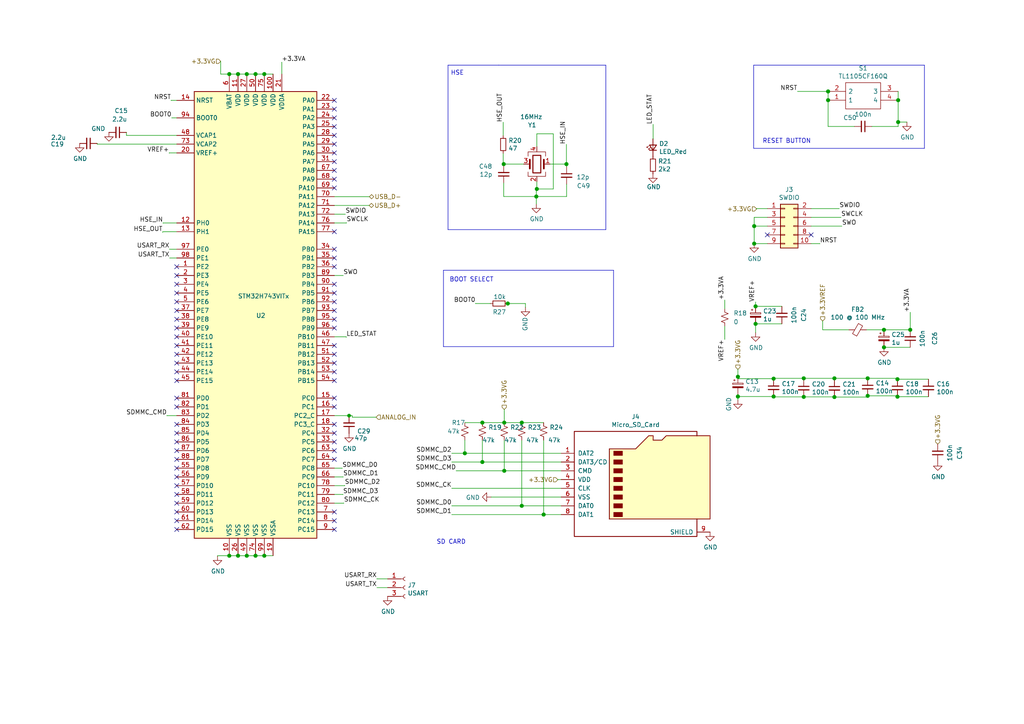
<source format=kicad_sch>
(kicad_sch (version 20201015) (generator eeschema)
  (paper "A4")
  (title_block (title "PorpDAQ MCU") (date "2020-11-16") (rev "1.0"))
  (lib_symbols
    (symbol "Connector:Conn_01x03_Female" (pin_names (offset 1.016) hide)
      (property "Reference" "J" (at 0 5.08 0))
      (property "Value" "Conn_01x03_Female" (at 0 -5.08 0))
      (symbol "Conn_01x03_Female_1_1"
        (arc (start 0 -2.032) (end 0 -3.048) (radius (at 0 -2.54) (length 0.508) (angles 90.1 -90.1)) (stroke (width 0.1524)))
        (arc (start 0 0.508) (end 0 -0.508) (radius (at 0 0) (length 0.508) (angles 90.1 -90.1)) (stroke (width 0.1524)))
        (arc (start 0 3.048) (end 0 2.032) (radius (at 0 2.54) (length 0.508) (angles 90.1 -90.1)) (stroke (width 0.1524)))
        (polyline (pts (xy -1.27 -2.54) (xy -0.508 -2.54)) (stroke (width 0.1524)))
        (polyline (pts (xy -1.27 0) (xy -0.508 0)) (stroke (width 0.1524)))
        (polyline (pts (xy -1.27 2.54) (xy -0.508 2.54)) (stroke (width 0.1524)))
        (pin passive line (at -5.08 2.54 0) (length 3.81) (name "Pin_1") (number "1"))
        (pin passive line (at -5.08 0 0) (length 3.81) (name "Pin_2") (number "2"))
        (pin passive line (at -5.08 -2.54 0) (length 3.81) (name "Pin_3") (number "3"))
      )
    )
    (symbol "Connector:Micro_SD_Card" (pin_names (offset 1.016))
      (property "Reference" "J" (at -16.51 15.24 0))
      (property "Value" "Micro_SD_Card" (at 16.51 15.24 0))
      (symbol "Micro_SD_Card_0_1"
        (rectangle (start -7.62 -9.525) (end -5.08 -10.795) (fill (type outline)))
        (rectangle (start -7.62 -6.985) (end -5.08 -8.255) (fill (type outline)))
        (rectangle (start -7.62 -4.445) (end -5.08 -5.715) (fill (type outline)))
        (rectangle (start -7.62 -1.905) (end -5.08 -3.175) (fill (type outline)))
        (rectangle (start -7.62 0.635) (end -5.08 -0.635) (fill (type outline)))
        (rectangle (start -7.62 3.175) (end -5.08 1.905) (fill (type outline)))
        (rectangle (start -7.62 5.715) (end -5.08 4.445) (fill (type outline)))
        (rectangle (start -7.62 8.255) (end -5.08 6.985) (fill (type outline)))
        (polyline (pts (xy 16.51 12.7) (xy 16.51 13.97) (xy -19.05 13.97) (xy -19.05 -16.51) (xy 16.51 -16.51) (xy 16.51 -11.43)) (stroke (width 0.254)))
        (polyline (pts (xy -8.89 -11.43) (xy -8.89 8.89) (xy -1.27 8.89) (xy 2.54 12.7) (xy 3.81 12.7) (xy 3.81 11.43) (xy 6.35 11.43) (xy 7.62 12.7) (xy 20.32 12.7) (xy 20.32 -11.43) (xy -8.89 -11.43)) (stroke (width 0.254)) (fill (type background)))
      )
      (symbol "Micro_SD_Card_1_1"
        (pin bidirectional line (at -22.86 7.62 0) (length 3.81) (name "DAT2") (number "1"))
        (pin bidirectional line (at -22.86 5.08 0) (length 3.81) (name "DAT3/CD") (number "2"))
        (pin input line (at -22.86 2.54 0) (length 3.81) (name "CMD") (number "3"))
        (pin power_in line (at -22.86 0 0) (length 3.81) (name "VDD") (number "4"))
        (pin input line (at -22.86 -2.54 0) (length 3.81) (name "CLK") (number "5"))
        (pin power_in line (at -22.86 -5.08 0) (length 3.81) (name "VSS") (number "6"))
        (pin bidirectional line (at -22.86 -7.62 0) (length 3.81) (name "DAT0") (number "7"))
        (pin bidirectional line (at -22.86 -10.16 0) (length 3.81) (name "DAT1") (number "8"))
        (pin passive line (at 20.32 -15.24 180) (length 3.81) (name "SHIELD") (number "9"))
      )
    )
    (symbol "Connector_Generic:Conn_02x05_Odd_Even" (pin_names (offset 1.016) hide)
      (property "Reference" "J" (at 1.27 7.62 0))
      (property "Value" "Conn_02x05_Odd_Even" (at 1.27 -7.62 0))
      (symbol "Conn_02x05_Odd_Even_1_1"
        (rectangle (start -1.27 -4.953) (end 0 -5.207) (stroke (width 0.1524)))
        (rectangle (start -1.27 -2.413) (end 0 -2.667) (stroke (width 0.1524)))
        (rectangle (start -1.27 2.667) (end 0 2.413) (stroke (width 0.1524)))
        (rectangle (start -1.27 5.207) (end 0 4.953) (stroke (width 0.1524)))
        (rectangle (start -1.27 6.35) (end 3.81 -6.35) (stroke (width 0.254)) (fill (type background)))
        (rectangle (start -1.27 0.127) (end 0 -0.127) (stroke (width 0.1524)))
        (rectangle (start 3.81 -4.953) (end 2.54 -5.207) (stroke (width 0.1524)))
        (rectangle (start 3.81 -2.413) (end 2.54 -2.667) (stroke (width 0.1524)))
        (rectangle (start 3.81 2.667) (end 2.54 2.413) (stroke (width 0.1524)))
        (rectangle (start 3.81 5.207) (end 2.54 4.953) (stroke (width 0.1524)))
        (rectangle (start 3.81 0.127) (end 2.54 -0.127) (stroke (width 0.1524)))
        (pin passive line (at -5.08 5.08 0) (length 3.81) (name "Pin_1") (number "1"))
        (pin passive line (at 7.62 -5.08 180) (length 3.81) (name "Pin_10") (number "10"))
        (pin passive line (at 7.62 5.08 180) (length 3.81) (name "Pin_2") (number "2"))
        (pin passive line (at -5.08 2.54 0) (length 3.81) (name "Pin_3") (number "3"))
        (pin passive line (at 7.62 2.54 180) (length 3.81) (name "Pin_4") (number "4"))
        (pin passive line (at -5.08 0 0) (length 3.81) (name "Pin_5") (number "5"))
        (pin passive line (at 7.62 0 180) (length 3.81) (name "Pin_6") (number "6"))
        (pin passive line (at -5.08 -2.54 0) (length 3.81) (name "Pin_7") (number "7"))
        (pin passive line (at 7.62 -2.54 180) (length 3.81) (name "Pin_8") (number "8"))
        (pin passive line (at -5.08 -5.08 0) (length 3.81) (name "Pin_9") (number "9"))
      )
    )
    (symbol "Device:C_Polarized_Small" (pin_numbers hide) (pin_names (offset 0.254) hide)
      (property "Reference" "C" (at 0.254 1.778 0))
      (property "Value" "C_Polarized_Small" (at 0.254 -2.032 0))
      (symbol "C_Polarized_Small_0_1"
        (rectangle (start -1.524 -0.3048) (end 1.524 -0.6858) (fill (type outline)))
        (rectangle (start -1.524 0.6858) (end 1.524 0.3048))
        (polyline (pts (xy -1.27 1.524) (xy -0.762 1.524)))
        (polyline (pts (xy -1.016 1.27) (xy -1.016 1.778)))
      )
      (symbol "C_Polarized_Small_1_1"
        (pin passive line (at 0 2.54 270) (length 1.8542) (name "~") (number "1"))
        (pin passive line (at 0 -2.54 90) (length 1.8542) (name "~") (number "2"))
      )
    )
    (symbol "Device:C_Small" (pin_numbers hide) (pin_names (offset 0.254) hide)
      (property "Reference" "C" (at 0.254 1.778 0))
      (property "Value" "C_Small" (at 0.254 -2.032 0))
      (symbol "C_Small_0_1"
        (polyline (pts (xy -1.524 -0.508) (xy 1.524 -0.508)) (stroke (width 0.3302)))
        (polyline (pts (xy -1.524 0.508) (xy 1.524 0.508)) (stroke (width 0.3048)))
      )
      (symbol "C_Small_1_1"
        (pin passive line (at 0 2.54 270) (length 2.032) (name "~") (number "1"))
        (pin passive line (at 0 -2.54 90) (length 2.032) (name "~") (number "2"))
      )
    )
    (symbol "Device:Crystal_GND24" (pin_names (offset 1.016) hide)
      (property "Reference" "Y" (at 3.175 5.08 0))
      (property "Value" "Crystal_GND24" (at 3.175 3.175 0))
      (symbol "Crystal_GND24_0_1"
        (rectangle (start -1.143 2.54) (end 1.143 -2.54) (stroke (width 0.3048)))
        (polyline (pts (xy -2.54 0) (xy -2.032 0)))
        (polyline (pts (xy -2.032 -1.27) (xy -2.032 1.27)) (stroke (width 0.508)))
        (polyline (pts (xy 0 -3.81) (xy 0 -3.556)))
        (polyline (pts (xy 0 3.556) (xy 0 3.81)))
        (polyline (pts (xy 2.032 -1.27) (xy 2.032 1.27)) (stroke (width 0.508)))
        (polyline (pts (xy 2.032 0) (xy 2.54 0)))
        (polyline (pts (xy -2.54 -2.286) (xy -2.54 -3.556) (xy 2.54 -3.556) (xy 2.54 -2.286)))
        (polyline (pts (xy -2.54 2.286) (xy -2.54 3.556) (xy 2.54 3.556) (xy 2.54 2.286)))
      )
      (symbol "Crystal_GND24_1_1"
        (pin passive line (at -3.81 0 0) (length 1.27) (name "1") (number "1"))
        (pin passive line (at 0 5.08 270) (length 1.27) (name "2") (number "2"))
        (pin passive line (at 3.81 0 180) (length 1.27) (name "3") (number "3"))
        (pin passive line (at 0 -5.08 90) (length 1.27) (name "4") (number "4"))
      )
    )
    (symbol "Device:FerriteBead_Small" (pin_numbers hide) (pin_names (offset 0))
      (property "Reference" "FB" (at 1.905 1.27 0))
      (property "Value" "FerriteBead_Small" (at 1.905 -1.27 0))
      (symbol "FerriteBead_Small_0_1"
        (polyline (pts (xy 0 -1.27) (xy 0 -0.7874)))
        (polyline (pts (xy 0 0.889) (xy 0 1.2954)))
        (polyline (pts (xy -1.8288 0.2794) (xy -1.1176 1.4986) (xy 1.8288 -0.2032) (xy 1.1176 -1.4224) (xy -1.8288 0.2794)))
      )
      (symbol "FerriteBead_Small_1_1"
        (pin passive line (at 0 2.54 270) (length 1.27) (name "~") (number "1"))
        (pin passive line (at 0 -2.54 90) (length 1.27) (name "~") (number "2"))
      )
    )
    (symbol "Device:LED_Small" (pin_numbers hide) (pin_names (offset 0.254) hide)
      (property "Reference" "D" (at -1.27 3.175 0))
      (property "Value" "LED_Small" (at -4.445 -2.54 0))
      (symbol "LED_Small_0_1"
        (polyline (pts (xy -0.762 -1.016) (xy -0.762 1.016)) (stroke (width 0.254)))
        (polyline (pts (xy 1.016 0) (xy -0.762 0)))
        (polyline (pts (xy 0.762 -1.016) (xy -0.762 0) (xy 0.762 1.016) (xy 0.762 -1.016)) (stroke (width 0.254)))
        (polyline (pts (xy 0 0.762) (xy -0.508 1.27) (xy -0.254 1.27) (xy -0.508 1.27) (xy -0.508 1.016)))
        (polyline (pts (xy 0.508 1.27) (xy 0 1.778) (xy 0.254 1.778) (xy 0 1.778) (xy 0 1.524)))
      )
      (symbol "LED_Small_1_1"
        (pin passive line (at -2.54 0 0) (length 1.778) (name "K") (number "1"))
        (pin passive line (at 2.54 0 180) (length 1.778) (name "A") (number "2"))
      )
    )
    (symbol "Device:R_Small" (pin_numbers hide) (pin_names (offset 0.254) hide)
      (property "Reference" "R" (at 0.762 0.508 0))
      (property "Value" "R_Small" (at 0.762 -1.016 0))
      (symbol "R_Small_0_1"
        (rectangle (start -0.762 1.778) (end 0.762 -1.778) (stroke (width 0.2032)))
      )
      (symbol "R_Small_1_1"
        (pin passive line (at 0 2.54 270) (length 0.762) (name "~") (number "1"))
        (pin passive line (at 0 -2.54 90) (length 0.762) (name "~") (number "2"))
      )
    )
    (symbol "Device:R_Small_US" (pin_numbers hide) (pin_names (offset 0.254) hide)
      (property "Reference" "R" (at 0.762 0.508 0))
      (property "Value" "R_Small_US" (at 0.762 -1.016 0))
      (symbol "R_Small_US_1_1"
        (polyline (pts (xy 0 0) (xy 1.016 -0.381) (xy 0 -0.762) (xy -1.016 -1.143) (xy 0 -1.524)))
        (polyline (pts (xy 0 1.524) (xy 1.016 1.143) (xy 0 0.762) (xy -1.016 0.381) (xy 0 0)))
        (pin passive line (at 0 2.54 270) (length 1.016) (name "~") (number "1"))
        (pin passive line (at 0 -2.54 90) (length 1.016) (name "~") (number "2"))
      )
    )
    (symbol "MCU_ST_STM32H7:STM32H743VITx"
      (property "Reference" "U" (at -17.78 64.77 0))
      (property "Value" "STM32H743VITx" (at 10.16 64.77 0))
      (symbol "STM32H743VITx_0_1"
        (rectangle (start -17.78 -66.04) (end 17.78 63.5) (stroke (width 0.254)) (fill (type background)))
      )
      (symbol "STM32H743VITx_1_1"
        (pin input line (at -22.86 55.88 0) (length 5.08) (name "BOOT0") (number "94"))
        (pin input line (at -22.86 60.96 0) (length 5.08) (name "NRST") (number "14"))
        (pin bidirectional line (at 22.86 60.96 180) (length 5.08) (name "PA0") (number "22"))
        (pin bidirectional line (at 22.86 58.42 180) (length 5.08) (name "PA1") (number "23"))
        (pin bidirectional line (at 22.86 35.56 180) (length 5.08) (name "PA10") (number "69"))
        (pin bidirectional line (at 22.86 33.02 180) (length 5.08) (name "PA11") (number "70"))
        (pin bidirectional line (at 22.86 30.48 180) (length 5.08) (name "PA12") (number "71"))
        (pin bidirectional line (at 22.86 27.94 180) (length 5.08) (name "PA13") (number "72"))
        (pin bidirectional line (at 22.86 25.4 180) (length 5.08) (name "PA14") (number "76"))
        (pin bidirectional line (at 22.86 22.86 180) (length 5.08) (name "PA15") (number "77"))
        (pin bidirectional line (at 22.86 55.88 180) (length 5.08) (name "PA2") (number "24"))
        (pin bidirectional line (at 22.86 53.34 180) (length 5.08) (name "PA3") (number "25"))
        (pin bidirectional line (at 22.86 50.8 180) (length 5.08) (name "PA4") (number "28"))
        (pin bidirectional line (at 22.86 48.26 180) (length 5.08) (name "PA5") (number "29"))
        (pin bidirectional line (at 22.86 45.72 180) (length 5.08) (name "PA6") (number "30"))
        (pin bidirectional line (at 22.86 43.18 180) (length 5.08) (name "PA7") (number "31"))
        (pin bidirectional line (at 22.86 40.64 180) (length 5.08) (name "PA8") (number "67"))
        (pin bidirectional line (at 22.86 38.1 180) (length 5.08) (name "PA9") (number "68"))
        (pin bidirectional line (at 22.86 17.78 180) (length 5.08) (name "PB0") (number "34"))
        (pin bidirectional line (at 22.86 15.24 180) (length 5.08) (name "PB1") (number "35"))
        (pin bidirectional line (at 22.86 -7.62 180) (length 5.08) (name "PB10") (number "46"))
        (pin bidirectional line (at 22.86 -10.16 180) (length 5.08) (name "PB11") (number "47"))
        (pin bidirectional line (at 22.86 -12.7 180) (length 5.08) (name "PB12") (number "51"))
        (pin bidirectional line (at 22.86 -15.24 180) (length 5.08) (name "PB13") (number "52"))
        (pin bidirectional line (at 22.86 -17.78 180) (length 5.08) (name "PB14") (number "53"))
        (pin bidirectional line (at 22.86 -20.32 180) (length 5.08) (name "PB15") (number "54"))
        (pin bidirectional line (at 22.86 12.7 180) (length 5.08) (name "PB2") (number "36"))
        (pin bidirectional line (at 22.86 10.16 180) (length 5.08) (name "PB3") (number "89"))
        (pin bidirectional line (at 22.86 7.62 180) (length 5.08) (name "PB4") (number "90"))
        (pin bidirectional line (at 22.86 5.08 180) (length 5.08) (name "PB5") (number "91"))
        (pin bidirectional line (at 22.86 2.54 180) (length 5.08) (name "PB6") (number "92"))
        (pin bidirectional line (at 22.86 0 180) (length 5.08) (name "PB7") (number "93"))
        (pin bidirectional line (at 22.86 -2.54 180) (length 5.08) (name "PB8") (number "95"))
        (pin bidirectional line (at 22.86 -5.08 180) (length 5.08) (name "PB9") (number "96"))
        (pin bidirectional line (at 22.86 -25.4 180) (length 5.08) (name "PC0") (number "15"))
        (pin bidirectional line (at 22.86 -27.94 180) (length 5.08) (name "PC1") (number "16"))
        (pin bidirectional line (at 22.86 -50.8 180) (length 5.08) (name "PC10") (number "78"))
        (pin bidirectional line (at 22.86 -53.34 180) (length 5.08) (name "PC11") (number "79"))
        (pin bidirectional line (at 22.86 -55.88 180) (length 5.08) (name "PC12") (number "80"))
        (pin bidirectional line (at 22.86 -58.42 180) (length 5.08) (name "PC13") (number "7"))
        (pin bidirectional line (at 22.86 -60.96 180) (length 5.08) (name "PC14") (number "8"))
        (pin bidirectional line (at 22.86 -63.5 180) (length 5.08) (name "PC15") (number "9"))
        (pin bidirectional line (at 22.86 -30.48 180) (length 5.08) (name "PC2_C") (number "17"))
        (pin bidirectional line (at 22.86 -33.02 180) (length 5.08) (name "PC3_C") (number "18"))
        (pin bidirectional line (at 22.86 -35.56 180) (length 5.08) (name "PC4") (number "32"))
        (pin bidirectional line (at 22.86 -38.1 180) (length 5.08) (name "PC5") (number "33"))
        (pin bidirectional line (at 22.86 -40.64 180) (length 5.08) (name "PC6") (number "63"))
        (pin bidirectional line (at 22.86 -43.18 180) (length 5.08) (name "PC7") (number "64"))
        (pin bidirectional line (at 22.86 -45.72 180) (length 5.08) (name "PC8") (number "65"))
        (pin bidirectional line (at 22.86 -48.26 180) (length 5.08) (name "PC9") (number "66"))
        (pin bidirectional line (at -22.86 -25.4 0) (length 5.08) (name "PD0") (number "81"))
        (pin bidirectional line (at -22.86 -27.94 0) (length 5.08) (name "PD1") (number "82"))
        (pin bidirectional line (at -22.86 -50.8 0) (length 5.08) (name "PD10") (number "57"))
        (pin bidirectional line (at -22.86 -53.34 0) (length 5.08) (name "PD11") (number "58"))
        (pin bidirectional line (at -22.86 -55.88 0) (length 5.08) (name "PD12") (number "59"))
        (pin bidirectional line (at -22.86 -58.42 0) (length 5.08) (name "PD13") (number "60"))
        (pin bidirectional line (at -22.86 -60.96 0) (length 5.08) (name "PD14") (number "61"))
        (pin bidirectional line (at -22.86 -63.5 0) (length 5.08) (name "PD15") (number "62"))
        (pin bidirectional line (at -22.86 -30.48 0) (length 5.08) (name "PD2") (number "83"))
        (pin bidirectional line (at -22.86 -33.02 0) (length 5.08) (name "PD3") (number "84"))
        (pin bidirectional line (at -22.86 -35.56 0) (length 5.08) (name "PD4") (number "85"))
        (pin bidirectional line (at -22.86 -38.1 0) (length 5.08) (name "PD5") (number "86"))
        (pin bidirectional line (at -22.86 -40.64 0) (length 5.08) (name "PD6") (number "87"))
        (pin bidirectional line (at -22.86 -43.18 0) (length 5.08) (name "PD7") (number "88"))
        (pin bidirectional line (at -22.86 -45.72 0) (length 5.08) (name "PD8") (number "55"))
        (pin bidirectional line (at -22.86 -48.26 0) (length 5.08) (name "PD9") (number "56"))
        (pin bidirectional line (at -22.86 17.78 0) (length 5.08) (name "PE0") (number "97"))
        (pin bidirectional line (at -22.86 15.24 0) (length 5.08) (name "PE1") (number "98"))
        (pin bidirectional line (at -22.86 -7.62 0) (length 5.08) (name "PE10") (number "40"))
        (pin bidirectional line (at -22.86 -10.16 0) (length 5.08) (name "PE11") (number "41"))
        (pin bidirectional line (at -22.86 -12.7 0) (length 5.08) (name "PE12") (number "42"))
        (pin bidirectional line (at -22.86 -15.24 0) (length 5.08) (name "PE13") (number "43"))
        (pin bidirectional line (at -22.86 -17.78 0) (length 5.08) (name "PE14") (number "44"))
        (pin bidirectional line (at -22.86 -20.32 0) (length 5.08) (name "PE15") (number "45"))
        (pin bidirectional line (at -22.86 12.7 0) (length 5.08) (name "PE2") (number "1"))
        (pin bidirectional line (at -22.86 10.16 0) (length 5.08) (name "PE3") (number "2"))
        (pin bidirectional line (at -22.86 7.62 0) (length 5.08) (name "PE4") (number "3"))
        (pin bidirectional line (at -22.86 5.08 0) (length 5.08) (name "PE5") (number "4"))
        (pin bidirectional line (at -22.86 2.54 0) (length 5.08) (name "PE6") (number "5"))
        (pin bidirectional line (at -22.86 0 0) (length 5.08) (name "PE7") (number "37"))
        (pin bidirectional line (at -22.86 -2.54 0) (length 5.08) (name "PE8") (number "38"))
        (pin bidirectional line (at -22.86 -5.08 0) (length 5.08) (name "PE9") (number "39"))
        (pin input line (at -22.86 25.4 0) (length 5.08) (name "PH0") (number "12"))
        (pin input line (at -22.86 22.86 0) (length 5.08) (name "PH1") (number "13"))
        (pin power_in line (at -7.62 68.58 270) (length 5.08) (name "VBAT") (number "6"))
        (pin power_in line (at -22.86 50.8 0) (length 5.08) (name "VCAP1") (number "48"))
        (pin power_in line (at -22.86 48.26 0) (length 5.08) (name "VCAP2") (number "73"))
        (pin power_in line (at 5.08 68.58 270) (length 5.08) (name "VDD") (number "100"))
        (pin power_in line (at -5.08 68.58 270) (length 5.08) (name "VDD") (number "11"))
        (pin power_in line (at -2.54 68.58 270) (length 5.08) (name "VDD") (number "27"))
        (pin power_in line (at 0 68.58 270) (length 5.08) (name "VDD") (number "50"))
        (pin power_in line (at 2.54 68.58 270) (length 5.08) (name "VDD") (number "75"))
        (pin power_in line (at 7.62 68.58 270) (length 5.08) (name "VDDA") (number "21"))
        (pin bidirectional line (at -22.86 45.72 0) (length 5.08) (name "VREF+") (number "20"))
        (pin power_in line (at -7.62 -71.12 90) (length 5.08) (name "VSS") (number "10"))
        (pin power_in line (at -5.08 -71.12 90) (length 5.08) (name "VSS") (number "26"))
        (pin power_in line (at -2.54 -71.12 90) (length 5.08) (name "VSS") (number "49"))
        (pin power_in line (at 0 -71.12 90) (length 5.08) (name "VSS") (number "74"))
        (pin power_in line (at 2.54 -71.12 90) (length 5.08) (name "VSS") (number "99"))
        (pin power_in line (at 5.08 -71.12 90) (length 5.08) (name "VSSA") (number "19"))
      )
    )
    (symbol "SamacSys_Parts:TL1105CF160Q_0" (pin_names (offset 0.762))
      (property "Reference" "S" (at 16.51 7.62 0))
      (property "Value" "TL1105CF160Q_0" (at 16.51 5.08 0))
      (symbol "TL1105CF160Q_0_0_0"
        (pin passive line (at 0 -2.54 0) (length 5.08) (name "1") (number "1"))
        (pin passive line (at 0 0 0) (length 5.08) (name "2") (number "2"))
        (pin passive line (at 20.32 0 180) (length 5.08) (name "3") (number "3"))
        (pin passive line (at 20.32 -2.54 180) (length 5.08) (name "4") (number "4"))
      )
      (symbol "TL1105CF160Q_0_0_1"
        (polyline (pts (xy 5.08 2.54) (xy 15.24 2.54) (xy 15.24 -5.08) (xy 5.08 -5.08) (xy 5.08 2.54)) (stroke (width 0.1524)))
      )
    )
    (symbol "power:GND" (power) (pin_names (offset 0))
      (property "Value" "GND" (at 0 -3.81 0))
      (symbol "GND_0_1"
        (polyline (pts (xy 0 0) (xy 0 -1.27) (xy 1.27 -1.27) (xy 0 -2.54) (xy -1.27 -1.27) (xy 0 -1.27)))
      )
      (symbol "GND_1_1"
        (pin power_in line (at 0 0 270) (length 0) hide (name "GND") (number "1"))
      )
    )
  )
  (junction (at 66.4972 21.4884) (diameter 1.016))
  (junction (at 66.4972 161.1884) (diameter 1.016))
  (junction (at 69.0372 21.4884) (diameter 1.016))
  (junction (at 69.0372 161.1884) (diameter 1.016))
  (junction (at 71.5772 21.4884) (diameter 1.016))
  (junction (at 71.5772 161.1884) (diameter 1.016))
  (junction (at 74.1172 21.4884) (diameter 1.016))
  (junction (at 74.1172 161.1884) (diameter 1.016))
  (junction (at 76.6572 21.4884) (diameter 1.016))
  (junction (at 76.6572 161.1884) (diameter 1.016))
  (junction (at 101.2444 120.5484) (diameter 0.9144))
  (junction (at 134.8232 131.4704) (diameter 1.016))
  (junction (at 139.9032 122.5804) (diameter 1.016))
  (junction (at 139.9032 134.0104) (diameter 1.016))
  (junction (at 146.1008 47.5996) (diameter 1.016))
  (junction (at 146.2532 122.5804) (diameter 1.016))
  (junction (at 146.2532 136.5504) (diameter 1.016))
  (junction (at 147.2692 88.0364) (diameter 1.016))
  (junction (at 151.3332 122.5804) (diameter 1.016))
  (junction (at 151.3332 146.7104) (diameter 1.016))
  (junction (at 155.5496 56.9976) (diameter 1.016))
  (junction (at 155.702 54.8132) (diameter 1.016))
  (junction (at 157.6832 149.2504) (diameter 1.016))
  (junction (at 164.2872 47.5996) (diameter 1.016))
  (junction (at 214.0204 109.2708) (diameter 1.016))
  (junction (at 214.0204 115.0112) (diameter 1.016))
  (junction (at 218.7448 65.5828) (diameter 1.016))
  (junction (at 218.7448 70.6628) (diameter 1.016))
  (junction (at 219.1512 88.8492) (diameter 1.016))
  (junction (at 219.1512 93.9292) (diameter 1.016))
  (junction (at 224.3836 109.8296) (diameter 1.016))
  (junction (at 224.3836 115.0112) (diameter 1.016))
  (junction (at 233.1212 109.728) (diameter 1.016))
  (junction (at 233.1212 115.1128) (diameter 1.016))
  (junction (at 240.1824 26.5176) (diameter 1.016))
  (junction (at 240.1824 29.0576) (diameter 1.016))
  (junction (at 242.0112 109.728) (diameter 1.016))
  (junction (at 242.0112 115.1636) (diameter 1.016))
  (junction (at 251.6632 109.728) (diameter 1.016))
  (junction (at 251.6632 114.808) (diameter 1.016))
  (junction (at 256.3876 95.6564) (diameter 1.016))
  (junction (at 256.3876 100.7364) (diameter 1.016))
  (junction (at 260.2992 109.982) (diameter 1.016))
  (junction (at 260.2992 115.062) (diameter 1.016))
  (junction (at 260.5024 29.0576) (diameter 1.016))
  (junction (at 260.5024 35.4076) (diameter 1.016))
  (junction (at 264.0076 95.6564) (diameter 1.016))
  (no_connect (at 96.9772 118.0084))
  (no_connect (at 51.2572 90.0684))
  (no_connect (at 51.2572 151.0284))
  (no_connect (at 96.9772 46.8884))
  (no_connect (at 51.2572 92.6084))
  (no_connect (at 96.9772 100.2284))
  (no_connect (at 96.9772 44.3484))
  (no_connect (at 96.9772 153.5684))
  (no_connect (at 96.9772 130.7084))
  (no_connect (at 96.9772 110.3884))
  (no_connect (at 96.9772 90.0684))
  (no_connect (at 51.2572 140.8684))
  (no_connect (at 51.2572 95.1484))
  (no_connect (at 51.2572 153.5684))
  (no_connect (at 96.9772 105.3084))
  (no_connect (at 51.2572 107.8484))
  (no_connect (at 96.9772 128.1684))
  (no_connect (at 96.9772 34.1884))
  (no_connect (at 222.5548 68.1228))
  (no_connect (at 235.2548 68.1228))
  (no_connect (at 51.2572 87.5284))
  (no_connect (at 96.9772 39.2684))
  (no_connect (at 96.9772 67.2084))
  (no_connect (at 96.9772 77.3684))
  (no_connect (at 96.9772 107.8484))
  (no_connect (at 51.2572 135.7884))
  (no_connect (at 51.2572 128.1684))
  (no_connect (at 51.2572 105.3084))
  (no_connect (at 96.9772 87.5284))
  (no_connect (at 51.2572 115.4684))
  (no_connect (at 96.9772 49.4284))
  (no_connect (at 96.9772 51.9684))
  (no_connect (at 96.9772 115.4684))
  (no_connect (at 96.9772 84.9884))
  (no_connect (at 96.9772 95.1484))
  (no_connect (at 51.2572 100.2284))
  (no_connect (at 96.9772 31.6484))
  (no_connect (at 51.2572 143.4084))
  (no_connect (at 96.9772 74.8284))
  (no_connect (at 51.2572 133.2484))
  (no_connect (at 51.2572 148.4884))
  (no_connect (at 51.2572 130.7084))
  (no_connect (at 51.2572 123.0884))
  (no_connect (at 96.9772 41.8084))
  (no_connect (at 51.2572 110.3884))
  (no_connect (at 51.2572 118.0084))
  (no_connect (at 51.2572 84.9884))
  (no_connect (at 96.9772 125.6284))
  (no_connect (at 96.9772 123.0884))
  (no_connect (at 96.9772 133.2484))
  (no_connect (at 96.9772 102.7684))
  (no_connect (at 96.9772 29.1084))
  (no_connect (at 96.9772 148.4884))
  (no_connect (at 96.9772 54.5084))
  (no_connect (at 96.9772 72.2884))
  (no_connect (at 51.2572 102.7684))
  (no_connect (at 51.2572 82.4484))
  (no_connect (at 51.2572 79.9084))
  (no_connect (at 96.9772 151.0284))
  (no_connect (at 51.2572 145.9484))
  (no_connect (at 51.2572 77.3684))
  (no_connect (at 96.9772 92.6084))
  (no_connect (at 51.2572 138.3284))
  (no_connect (at 51.2572 97.6884))
  (no_connect (at 96.9772 36.7284))
  (no_connect (at 96.9772 82.4484))
  (no_connect (at 51.2572 125.6284))
  (wire (pts (xy 28.194 41.8084) (xy 28.194 41.6052)))
  (wire (pts (xy 36.6776 39.2684) (xy 36.6776 38.4048)))
  (wire (pts (xy 47.1932 67.2084) (xy 47.1932 67.4116)))
  (wire (pts (xy 47.2948 64.6684) (xy 47.2948 64.7192)))
  (wire (pts (xy 48.4124 120.5484) (xy 48.4124 120.5992)))
  (wire (pts (xy 49.0728 44.3484) (xy 49.0728 44.3992)))
  (wire (pts (xy 49.1744 72.2884) (xy 49.1744 72.2376)))
  (wire (pts (xy 49.1744 74.8284) (xy 51.2572 74.8284)))
  (wire (pts (xy 49.6316 29.1084) (xy 49.6316 29.1592)))
  (wire (pts (xy 49.784 34.1884) (xy 51.2572 34.1884)))
  (wire (pts (xy 51.2572 29.1084) (xy 49.6316 29.1084)))
  (wire (pts (xy 51.2572 39.2684) (xy 36.6776 39.2684)))
  (wire (pts (xy 51.2572 41.8084) (xy 28.194 41.8084)))
  (wire (pts (xy 51.2572 44.3484) (xy 49.0728 44.3484)))
  (wire (pts (xy 51.2572 64.6684) (xy 47.2948 64.6684)))
  (wire (pts (xy 51.2572 67.2084) (xy 47.1932 67.2084)))
  (wire (pts (xy 51.2572 72.2884) (xy 49.1744 72.2884)))
  (wire (pts (xy 51.2572 120.5484) (xy 48.4124 120.5484)))
  (wire (pts (xy 63.0936 161.1884) (xy 63.0936 161.29)))
  (wire (pts (xy 64.008 21.4884) (xy 64.008 17.78)))
  (wire (pts (xy 66.4972 21.4884) (xy 64.008 21.4884)))
  (wire (pts (xy 66.4972 161.1884) (xy 63.0936 161.1884)))
  (wire (pts (xy 69.0372 21.4884) (xy 66.4972 21.4884)))
  (wire (pts (xy 69.0372 161.1884) (xy 66.4972 161.1884)))
  (wire (pts (xy 71.5772 21.4884) (xy 69.0372 21.4884)))
  (wire (pts (xy 71.5772 161.1884) (xy 69.0372 161.1884)))
  (wire (pts (xy 74.1172 21.4884) (xy 71.5772 21.4884)))
  (wire (pts (xy 74.1172 161.1884) (xy 71.5772 161.1884)))
  (wire (pts (xy 76.6572 21.4884) (xy 74.1172 21.4884)))
  (wire (pts (xy 76.6572 161.1884) (xy 74.1172 161.1884)))
  (wire (pts (xy 79.1972 21.4884) (xy 76.6572 21.4884)))
  (wire (pts (xy 79.1972 161.1884) (xy 76.6572 161.1884)))
  (wire (pts (xy 81.7372 18.0848) (xy 81.6864 18.0848)))
  (wire (pts (xy 81.7372 21.4884) (xy 81.7372 18.0848)))
  (wire (pts (xy 96.9772 57.0484) (xy 107.1372 57.0484)))
  (wire (pts (xy 96.9772 59.5884) (xy 107.0864 59.5884)))
  (wire (pts (xy 96.9772 62.1284) (xy 100.1776 62.1284)))
  (wire (pts (xy 96.9772 64.6684) (xy 100.4824 64.6684)))
  (wire (pts (xy 96.9772 79.9084) (xy 99.568 79.9084)))
  (wire (pts (xy 96.9772 97.6884) (xy 100.4316 97.6884)))
  (wire (pts (xy 96.9772 120.5484) (xy 101.2444 120.5484)))
  (wire (pts (xy 96.9772 135.7884) (xy 99.2632 135.7884)))
  (wire (pts (xy 96.9772 138.3284) (xy 99.5172 138.3284)))
  (wire (pts (xy 96.9772 140.8684) (xy 99.9744 140.8684)))
  (wire (pts (xy 96.9772 143.4084) (xy 99.4664 143.4084)))
  (wire (pts (xy 96.9772 145.9484) (xy 99.7204 145.9484)))
  (wire (pts (xy 99.2632 135.7884) (xy 99.2632 135.8392)))
  (wire (pts (xy 99.4664 143.4084) (xy 99.4664 143.4592)))
  (wire (pts (xy 99.5172 138.3284) (xy 99.5172 138.2776)))
  (wire (pts (xy 99.7204 145.9484) (xy 99.7204 145.8976)))
  (wire (pts (xy 99.9744 140.8684) (xy 99.9744 140.7668)))
  (wire (pts (xy 100.4316 97.6884) (xy 100.4316 97.8408)))
  (wire (pts (xy 100.4824 64.6684) (xy 100.4824 64.5668)))
  (wire (pts (xy 101.2444 120.65) (xy 101.2444 120.5484)))
  (wire (pts (xy 102.1588 120.5484) (xy 101.2444 120.5484)))
  (wire (pts (xy 102.1588 121.0056) (xy 102.1588 120.5484)))
  (wire (pts (xy 109.0676 121.0056) (xy 102.1588 121.0056)))
  (wire (pts (xy 109.3216 167.894) (xy 109.3216 167.8432)))
  (wire (pts (xy 109.3216 170.434) (xy 112.4204 170.434)))
  (wire (pts (xy 112.4204 167.894) (xy 109.3216 167.894)))
  (wire (pts (xy 131.0132 131.4704) (xy 134.8232 131.4704)))
  (wire (pts (xy 131.0132 134.0104) (xy 139.9032 134.0104)))
  (wire (pts (xy 131.0132 141.6304) (xy 162.7632 141.6304)))
  (wire (pts (xy 131.0132 146.7104) (xy 151.3332 146.7104)))
  (wire (pts (xy 131.0132 149.2504) (xy 157.6832 149.2504)))
  (wire (pts (xy 132.2832 136.5504) (xy 146.2532 136.5504)))
  (wire (pts (xy 134.8232 122.5804) (xy 139.9032 122.5804)))
  (wire (pts (xy 134.8232 127.6604) (xy 134.8232 131.4704)))
  (wire (pts (xy 134.8232 131.4704) (xy 162.7632 131.4704)))
  (wire (pts (xy 137.922 88.0364) (xy 137.922 87.9856)))
  (wire (pts (xy 139.9032 127.6604) (xy 139.9032 134.0104)))
  (wire (pts (xy 139.9032 134.0104) (xy 162.7632 134.0104)))
  (wire (pts (xy 142.1892 88.0364) (xy 137.922 88.0364)))
  (wire (pts (xy 145.9484 39.37) (xy 145.9484 35.4584)))
  (wire (pts (xy 145.9484 44.45) (xy 145.9484 47.5996)))
  (wire (pts (xy 145.9484 47.5996) (xy 146.1008 47.5996)))
  (wire (pts (xy 146.1008 47.5996) (xy 151.892 47.5996)))
  (wire (pts (xy 146.1008 48.006) (xy 146.1008 47.5996)))
  (wire (pts (xy 146.1008 53.086) (xy 146.1008 56.9976)))
  (wire (pts (xy 146.1008 56.9976) (xy 155.5496 56.9976)))
  (wire (pts (xy 146.2532 118.7704) (xy 146.2532 122.5804)))
  (wire (pts (xy 146.2532 122.5804) (xy 139.9032 122.5804)))
  (wire (pts (xy 146.2532 122.5804) (xy 151.3332 122.5804)))
  (wire (pts (xy 146.2532 127.6604) (xy 146.2532 136.5504)))
  (wire (pts (xy 146.2532 136.5504) (xy 162.7632 136.5504)))
  (wire (pts (xy 147.2184 88.0364) (xy 147.2692 88.0364)))
  (wire (pts (xy 147.2692 88.0364) (xy 152.4 88.0364)))
  (wire (pts (xy 151.3332 127.6604) (xy 151.3332 146.7104)))
  (wire (pts (xy 151.3332 146.7104) (xy 162.7632 146.7104)))
  (wire (pts (xy 152.4 88.0364) (xy 152.4 89.154)))
  (wire (pts (xy 155.5496 54.8132) (xy 155.702 54.8132)))
  (wire (pts (xy 155.5496 56.9976) (xy 155.5496 54.8132)))
  (wire (pts (xy 155.5496 56.9976) (xy 155.5496 59.182)))
  (wire (pts (xy 155.5496 56.9976) (xy 164.338 56.9976)))
  (wire (pts (xy 155.702 38.8112) (xy 160.4772 38.8112)))
  (wire (pts (xy 155.702 42.5196) (xy 155.702 38.8112)))
  (wire (pts (xy 155.702 52.6796) (xy 155.702 54.8132)))
  (wire (pts (xy 157.6832 122.5804) (xy 151.3332 122.5804)))
  (wire (pts (xy 157.6832 127.6604) (xy 157.6832 149.2504)))
  (wire (pts (xy 157.6832 149.2504) (xy 162.7632 149.2504)))
  (wire (pts (xy 159.512 47.5996) (xy 164.2872 47.5996)))
  (wire (pts (xy 160.4772 38.8112) (xy 160.4772 54.8132)))
  (wire (pts (xy 160.4772 54.8132) (xy 155.702 54.8132)))
  (wire (pts (xy 161.798 139.0904) (xy 161.798 139.1412)))
  (wire (pts (xy 162.7632 139.0904) (xy 161.798 139.0904)))
  (wire (pts (xy 162.7632 144.1704) (xy 142.4432 144.1704)))
  (wire (pts (xy 164.2872 41.8592) (xy 164.2872 47.5996)))
  (wire (pts (xy 164.2872 47.5996) (xy 164.338 47.5996)))
  (wire (pts (xy 164.338 47.5996) (xy 164.338 48.3616)))
  (wire (pts (xy 164.338 53.4416) (xy 164.338 56.9976)))
  (wire (pts (xy 189.4332 36.068) (xy 189.4332 40.2844)))
  (wire (pts (xy 189.4332 40.2844) (xy 189.3824 40.2844)))
  (wire (pts (xy 210.2104 87.0204) (xy 210.2104 89.5604)))
  (wire (pts (xy 210.2104 94.6404) (xy 210.2104 98.4504)))
  (wire (pts (xy 214.0204 107.1372) (xy 214.0204 109.2708)))
  (wire (pts (xy 214.0204 109.8296) (xy 214.0204 109.2708)))
  (wire (pts (xy 214.0204 114.3508) (xy 214.0204 115.0112)))
  (wire (pts (xy 214.0204 115.0112) (xy 214.0204 115.9764)))
  (wire (pts (xy 218.7448 63.0428) (xy 218.7448 65.5828)))
  (wire (pts (xy 218.7448 65.5828) (xy 218.7448 70.6628)))
  (wire (pts (xy 219.1512 87.5792) (xy 219.1512 88.8492)))
  (wire (pts (xy 219.1512 93.9292) (xy 219.1512 96.4692)))
  (wire (pts (xy 219.456 60.5028) (xy 219.456 60.6044)))
  (wire (pts (xy 222.5548 60.5028) (xy 219.456 60.5028)))
  (wire (pts (xy 222.5548 63.0428) (xy 218.7448 63.0428)))
  (wire (pts (xy 222.5548 65.5828) (xy 218.7448 65.5828)))
  (wire (pts (xy 222.5548 70.6628) (xy 218.7448 70.6628)))
  (wire (pts (xy 224.3836 109.728) (xy 233.1212 109.728)))
  (wire (pts (xy 224.3836 109.8296) (xy 214.0204 109.8296)))
  (wire (pts (xy 224.3836 109.8296) (xy 224.3836 109.728)))
  (wire (pts (xy 224.3836 109.9312) (xy 224.3836 109.8296)))
  (wire (pts (xy 224.3836 115.0112) (xy 214.0204 115.0112)))
  (wire (pts (xy 224.3836 115.1128) (xy 224.3836 115.0112)))
  (wire (pts (xy 226.7712 88.8492) (xy 219.1512 88.8492)))
  (wire (pts (xy 226.7712 93.9292) (xy 219.1512 93.9292)))
  (wire (pts (xy 233.1212 109.728) (xy 242.0112 109.728)))
  (wire (pts (xy 233.1212 110.0328) (xy 233.1212 109.728)))
  (wire (pts (xy 233.1212 115.1128) (xy 224.3836 115.1128)))
  (wire (pts (xy 233.1212 115.1128) (xy 242.0112 115.1128)))
  (wire (pts (xy 235.2548 60.5028) (xy 243.4336 60.5028)))
  (wire (pts (xy 235.2548 63.0428) (xy 243.9416 63.0428)))
  (wire (pts (xy 235.2548 65.5828) (xy 244.1956 65.5828)))
  (wire (pts (xy 235.2548 70.6628) (xy 237.7948 70.6628)))
  (wire (pts (xy 237.7948 70.6628) (xy 237.7948 70.7136)))
  (wire (pts (xy 238.6076 95.6564) (xy 238.6076 93.1164)))
  (wire (pts (xy 240.1824 26.5176) (xy 231.2924 26.5176)))
  (wire (pts (xy 240.1824 29.0576) (xy 240.1824 26.5176)))
  (wire (pts (xy 240.1824 36.6776) (xy 240.1824 29.0576)))
  (wire (pts (xy 242.0112 109.728) (xy 251.6632 109.728)))
  (wire (pts (xy 242.0112 110.0836) (xy 242.0112 109.728)))
  (wire (pts (xy 242.0112 115.1128) (xy 242.0112 115.1636)))
  (wire (pts (xy 242.0112 115.1636) (xy 251.6632 115.1636)))
  (wire (pts (xy 246.2276 95.6564) (xy 238.6076 95.6564)))
  (wire (pts (xy 247.8024 36.6776) (xy 240.1824 36.6776)))
  (wire (pts (xy 251.3076 95.6564) (xy 256.3876 95.6564)))
  (wire (pts (xy 251.6632 109.728) (xy 260.2992 109.728)))
  (wire (pts (xy 251.6632 114.7572) (xy 251.6632 114.808)))
  (wire (pts (xy 251.6632 114.808) (xy 251.6632 115.1636)))
  (wire (pts (xy 251.6632 114.808) (xy 260.2992 114.808)))
  (wire (pts (xy 252.8824 36.6776) (xy 260.5024 36.6776)))
  (wire (pts (xy 256.3876 95.6564) (xy 264.0076 95.6564)))
  (wire (pts (xy 260.2992 109.728) (xy 260.2992 109.982)))
  (wire (pts (xy 260.2992 109.982) (xy 269.2908 109.982)))
  (wire (pts (xy 260.2992 114.808) (xy 260.2992 115.062)))
  (wire (pts (xy 260.2992 115.062) (xy 269.2908 115.062)))
  (wire (pts (xy 260.5024 29.0576) (xy 260.5024 26.5176)))
  (wire (pts (xy 260.5024 35.4076) (xy 260.5024 29.0576)))
  (wire (pts (xy 260.5024 36.6776) (xy 260.5024 35.4076)))
  (wire (pts (xy 263.0424 35.4076) (xy 260.5024 35.4076)))
  (wire (pts (xy 264.0076 95.6564) (xy 264.0076 90.5764)))
  (wire (pts (xy 264.0076 100.7364) (xy 256.3876 100.7364)))
  (polyline (pts (xy 128.6256 78.3844) (xy 128.6256 100.5332)) (stroke (width 0) (type solid)))
  (polyline (pts (xy 128.6256 100.5332) (xy 177.9524 100.5332)) (stroke (width 0) (type solid)))
  (polyline (pts (xy 129.9464 18.8976) (xy 144.6784 18.8976)) (stroke (width 0) (type solid)))
  (polyline (pts (xy 129.9464 66.5988) (xy 129.9464 18.8976)) (stroke (width 0) (type solid)))
  (polyline (pts (xy 137.1092 78.3844) (xy 128.6256 78.3844)) (stroke (width 0) (type solid)))
  (polyline (pts (xy 144.6276 18.8976) (xy 175.7172 18.8976)) (stroke (width 0) (type solid)))
  (polyline (pts (xy 175.7172 18.8976) (xy 175.7172 66.5988)) (stroke (width 0) (type solid)))
  (polyline (pts (xy 175.7172 66.5988) (xy 129.9464 66.5988)) (stroke (width 0) (type solid)))
  (polyline (pts (xy 177.9524 78.3844) (xy 136.652 78.3844)) (stroke (width 0) (type solid)))
  (polyline (pts (xy 177.9524 100.5332) (xy 177.9524 78.3844)) (stroke (width 0) (type solid)))
  (polyline (pts (xy 218.5924 18.8976) (xy 268.1224 18.8976)) (stroke (width 0) (type solid)))
  (polyline (pts (xy 218.5924 43.0276) (xy 218.5924 18.8976)) (stroke (width 0) (type solid)))
  (polyline (pts (xy 268.1224 18.8976) (xy 268.1224 43.0276)) (stroke (width 0) (type solid)))
  (polyline (pts (xy 268.1224 43.0276) (xy 218.5924 43.0276)) (stroke (width 0) (type solid)))
  (text "SD CARD" (at 126.5936 158.0388 0) (effects (font (size 1.27 1.27)) (justify left bottom)))
  (text "BOOT SELECT\n" (at 130.3528 81.9404 0) (effects (font (size 1.27 1.27)) (justify left bottom)))
  (text "HSE" (at 130.7084 21.9964 0) (effects (font (size 1.27 1.27)) (justify left bottom)))
  (text "RESET BUTTON\n" (at 221.1324 41.7576 0) (effects (font (size 1.27 1.27)) (justify left bottom)))
  (label "HSE_OUT" (at 47.1932 67.4116 180))
  (label "HSE_IN" (at 47.2948 64.7192 180))
  (label "SDMMC_CMD" (at 48.4124 120.5992 180))
  (label "VREF+" (at 49.0728 44.3992 180))
  (label "USART_RX" (at 49.1744 72.2376 180))
  (label "USART_TX" (at 49.1744 74.8284 180))
  (label "NRST" (at 49.6316 29.1592 180))
  (label "BOOT0" (at 49.784 34.1884 180))
  (label "+3.3VA" (at 81.6864 18.0848 0))
  (label "SDMMC_D0" (at 99.2632 135.8392 0))
  (label "SDMMC_D3" (at 99.4664 143.4592 0))
  (label "SDMMC_D1" (at 99.5172 138.2776 0))
  (label "SWO" (at 99.568 79.9084 0))
  (label "SDMMC_CK" (at 99.7204 145.8976 0))
  (label "SDMMC_D2" (at 99.9744 140.7668 0))
  (label "SWDIO" (at 100.1776 62.1284 0))
  (label "LED_STAT" (at 100.4316 97.8408 0))
  (label "SWCLK" (at 100.4824 64.5668 0))
  (label "USART_RX" (at 109.3216 167.8432 180))
  (label "USART_TX" (at 109.3216 170.434 180))
  (label "SDMMC_D2" (at 131.0132 131.4704 180))
  (label "SDMMC_D3" (at 131.0132 134.0104 180))
  (label "SDMMC_CK" (at 131.0132 141.6304 180))
  (label "SDMMC_D0" (at 131.0132 146.7104 180))
  (label "SDMMC_D1" (at 131.0132 149.2504 180))
  (label "SDMMC_CMD" (at 132.2832 136.5504 180))
  (label "BOOT0" (at 137.922 87.9856 180))
  (label "HSE_OUT" (at 145.9484 35.4584 90))
  (label "HSE_IN" (at 164.2872 41.8592 90))
  (label "LED_STAT" (at 189.4332 36.068 90))
  (label "+3.3VA" (at 210.2104 87.0204 90))
  (label "VREF+" (at 210.2104 98.4504 270))
  (label "VREF+" (at 219.1512 87.5792 90))
  (label "NRST" (at 231.2924 26.5176 180))
  (label "NRST" (at 237.7948 70.7136 0))
  (label "SWDIO" (at 243.4336 60.5028 0))
  (label "SWCLK" (at 243.9416 63.0428 0))
  (label "SWO" (at 244.1956 65.5828 0))
  (label "+3.3VA" (at 264.0076 90.5764 90))
  (hierarchical_label "+3.3VG" (shape input) (at 64.008 17.78 180))
  (hierarchical_label "USB_D+" (shape bidirectional) (at 107.0864 59.5884 0))
  (hierarchical_label "USB_D-" (shape bidirectional) (at 107.1372 57.0484 0))
  (hierarchical_label "ANALOG_IN" (shape input) (at 109.0676 121.0056 0))
  (hierarchical_label "+3.3VG" (shape input) (at 146.2532 118.7704 90))
  (hierarchical_label "+3.3VG" (shape input) (at 161.798 139.1412 180))
  (hierarchical_label "+3.3VG" (shape input) (at 214.0204 107.1372 90))
  (hierarchical_label "+3.3VG" (shape input) (at 219.456 60.6044 180))
  (hierarchical_label "+3.3VREF" (shape input) (at 238.6076 93.1164 90))
  (hierarchical_label "+3.3VG" (shape input) (at 271.9832 128.8288 90))
  (symbol (lib_id "power:GND") (at 23.114 41.6052 0) (unit 1)
    (property "Reference" "#PWR0114" (effects hide))
    (property "Value" "GND" (at 23.241 45.9994 0))
  )
  (symbol (lib_id "power:GND") (at 31.5976 38.4048 0) (unit 1)
    (property "Reference" "#PWR0115" (effects hide))
    (property "Value" "GND" (at 28.5242 37.3126 0))
  )
  (symbol (lib_id "power:GND") (at 63.0936 161.29 0) (unit 1)
    (property "Reference" "#PWR0113" (effects hide))
    (property "Value" "GND" (at 63.2206 165.6842 0))
  )
  (symbol (lib_id "power:GND") (at 101.2444 125.73 0) (unit 1)
    (property "Reference" "#PWR029" (effects hide))
    (property "Value" "GND" (at 101.3714 130.1242 0))
  )
  (symbol (lib_id "power:GND") (at 112.4204 172.974 0) (unit 1)
    (property "Reference" "#PWR0112" (effects hide))
    (property "Value" "GND" (at 112.5474 177.3682 0))
  )
  (symbol (lib_id "power:GND") (at 142.4432 144.1704 270) (unit 1)
    (property "Reference" "#PWR032" (effects hide))
    (property "Value" "GND" (at 139.192 144.2974 90) (effects (justify right)))
  )
  (symbol (lib_id "power:GND") (at 152.4 89.154 0) (unit 1)
    (property "Reference" "#PWR066" (effects hide))
    (property "Value" "GND" (at 152.3111 93.9864 90))
  )
  (symbol (lib_id "power:GND") (at 155.5496 59.182 0) (unit 1)
    (property "Reference" "#PWR062" (effects hide))
    (property "Value" "GND" (at 155.6639 63.5064 0))
  )
  (symbol (lib_id "power:GND") (at 189.3824 50.4444 0) (unit 1)
    (property "Reference" "#PWR060" (effects hide))
    (property "Value" "GND" (at 189.5983 54.21 0))
  )
  (symbol (lib_id "power:GND") (at 205.9432 154.3304 0) (unit 1)
    (property "Reference" "#PWR033" (effects hide))
    (property "Value" "GND" (at 206.0702 158.7246 0))
  )
  (symbol (lib_id "power:GND") (at 214.0204 115.9764 0) (unit 1)
    (property "Reference" "#PWR025" (effects hide))
    (property "Value" "GND" (at 211.3915 117.2528 90))
  )
  (symbol (lib_id "power:GND") (at 218.7448 70.6628 0) (unit 1)
    (property "Reference" "#PWR053" (effects hide))
    (property "Value" "GND" (at 218.8718 75.057 0))
  )
  (symbol (lib_id "power:GND") (at 219.1512 96.4692 0) (unit 1)
    (property "Reference" "#PWR026" (effects hide))
    (property "Value" "GND" (at 219.2782 100.8634 0))
  )
  (symbol (lib_id "power:GND") (at 256.3876 100.7364 0) (unit 1)
    (property "Reference" "#PWR027" (effects hide))
    (property "Value" "GND" (at 256.5146 105.1306 0))
  )
  (symbol (lib_id "power:GND") (at 263.0424 35.4076 0) (unit 1)
    (property "Reference" "#PWR061" (effects hide))
    (property "Value" "GND" (at 263.1694 39.8018 0))
  )
  (symbol (lib_id "power:GND") (at 271.9832 133.9088 0) (unit 1)
    (property "Reference" "#PWR038" (effects hide))
    (property "Value" "GND" (at 272.1102 138.303 0))
  )
  (symbol (lib_id "Device:R_Small") (at 144.7292 88.0364 90) (unit 1)
    (property "Reference" "R27" (at 144.8308 90.5064 90))
    (property "Value" "10k" (at 144.932 86.099 90))
    (property "Footprint" "Resistor_SMD:R_0402_1005Metric" (effects hide))
    (property "LCSC Part #" " C25744" (effects hide))
  )
  (symbol (lib_id "Device:R_Small") (at 145.9484 41.91 0) (unit 1)
    (property "Reference" "R20" (at 147.4471 40.7606 0) (effects (justify left)))
    (property "Value" "47" (at 147.4472 43.0592 0) (effects (justify left)))
    (property "Footprint" "Resistor_SMD:R_0402_1005Metric" (effects hide))
    (property "LCSC Part #" " C25118" (effects hide))
  )
  (symbol (lib_id "Device:R_Small") (at 189.3824 47.9044 0) (unit 1)
    (property "Reference" "R21" (at 190.8811 46.755 0) (effects (justify left)))
    (property "Value" "2k2" (at 190.881 49.0536 0) (effects (justify left)))
    (property "Footprint" "Resistor_SMD:R_0603_1608Metric" (effects hide))
    (property "LCSC Part #" " C4190" (effects hide))
  )
  (symbol (lib_id "Device:R_Small_US") (at 134.8232 125.1204 180) (unit 1)
    (property "Reference" "R17" (at 131.0132 122.5804 0) (effects (justify right)))
    (property "Value" "47k" (at 129.7432 125.1204 0) (effects (justify right)))
    (property "Footprint" "Resistor_SMD:R_0402_1005Metric" (effects hide))
    (property "LCSC Part #" "C25792" (effects hide))
  )
  (symbol (lib_id "Device:R_Small_US") (at 139.9032 125.1204 180) (unit 1)
    (property "Reference" "R19" (at 141.6304 123.952 0) (effects (justify right)))
    (property "Value" "47k" (at 139.9032 127.6604 0) (effects (justify right)))
    (property "Footprint" "Resistor_SMD:R_0402_1005Metric" (effects hide))
    (property "LCSC Part #" "C25792" (effects hide))
  )
  (symbol (lib_id "Device:R_Small_US") (at 146.2532 125.1204 180) (unit 1)
    (property "Reference" "R22" (at 147.9804 123.952 0) (effects (justify right)))
    (property "Value" "47k" (at 146.2532 127.6604 0) (effects (justify right)))
    (property "Footprint" "Resistor_SMD:R_0402_1005Metric" (effects hide))
    (property "LCSC Part #" "C25792" (effects hide))
  )
  (symbol (lib_id "Device:R_Small_US") (at 151.3332 125.1204 180) (unit 1)
    (property "Reference" "R23" (at 153.0604 123.952 0) (effects (justify right)))
    (property "Value" "47k" (at 152.6032 127.6604 0) (effects (justify right)))
    (property "Footprint" "Resistor_SMD:R_0402_1005Metric" (effects hide))
    (property "LCSC Part #" "C25792" (effects hide))
  )
  (symbol (lib_id "Device:R_Small_US") (at 157.6832 125.1204 180) (unit 1)
    (property "Reference" "R24" (at 159.4104 123.952 0) (effects (justify right)))
    (property "Value" "47k" (at 158.9532 127.6604 0) (effects (justify right)))
    (property "Footprint" "Resistor_SMD:R_0402_1005Metric" (effects hide))
    (property "LCSC Part #" "C25792" (effects hide))
  )
  (symbol (lib_id "Device:R_Small_US") (at 210.2104 92.1004 180) (unit 1)
    (property "Reference" "R18" (at 212.7504 90.8304 0) (effects (justify right)))
    (property "Value" "0" (at 212.7502 93.3706 0) (effects (justify right)))
    (property "Footprint" "Resistor_SMD:R_0402_1005Metric" (effects hide))
    (property "LCSC Part #" "C17168" (effects hide))
  )
  (symbol (lib_id "Device:LED_Small") (at 189.3824 42.8244 90) (unit 1)
    (property "Reference" "D2" (at 191.1605 41.675 90) (effects (justify right)))
    (property "Value" "LED_Red" (at 191.1606 43.9738 90) (effects (justify right)))
    (property "Footprint" "LED_SMD:LED_0603_1608Metric" (effects hide))
    (property "LCSC Part #" " C2286" (effects hide))
  )
  (symbol (lib_id "Device:C_Polarized_Small") (at 214.0204 111.8108 0) (unit 1)
    (property "Reference" "C13" (at 216.1795 110.6614 0) (effects (justify left)))
    (property "Value" "4.7u" (at 216.1792 112.9596 0) (effects (justify left)))
    (property "Footprint" "Capacitor_Tantalum_SMD:CP_EIA-3216-18_Kemet-A" (effects hide))
    (property "LCSC Part #" "C7187" (effects hide))
  )
  (symbol (lib_id "Device:C_Polarized_Small") (at 219.1512 91.3892 0) (unit 1)
    (property "Reference" "C23" (at 221.3103 90.2398 0) (effects (justify left)))
    (property "Value" "1u" (at 221.3106 92.5386 0) (effects (justify left)))
    (property "Footprint" "Capacitor_Tantalum_SMD:CP_EIA-3216-18_Kemet-A" (effects hide))
    (property "LCSC Part #" "C7176" (effects hide))
  )
  (symbol (lib_id "Device:C_Polarized_Small") (at 256.3876 98.1964 0) (unit 1)
    (property "Reference" "C25" (at 258.5467 97.047 0) (effects (justify left)))
    (property "Value" "1u" (at 258.5466 99.3458 0) (effects (justify left)))
    (property "Footprint" "Capacitor_Tantalum_SMD:CP_EIA-3216-18_Kemet-A" (effects hide))
    (property "LCSC Part #" "C7176" (effects hide))
  )
  (symbol (lib_id "Device:C_Small") (at 25.654 41.6052 270) (unit 1)
    (property "Reference" "C19" (at 16.6116 41.8084 90))
    (property "Value" "2.2u" (at 16.9674 39.8782 90))
    (property "Footprint" "Capacitor_SMD:C_1206_3216Metric" (effects hide))
    (property "LCSC Part #" "C50254" (effects hide))
  )
  (symbol (lib_id "Device:C_Small") (at 34.1376 38.4048 270) (unit 1)
    (property "Reference" "C15" (at 35.1536 32.1056 90))
    (property "Value" "2.2u" (at 34.6962 34.5944 90))
    (property "Footprint" "Capacitor_SMD:C_1206_3216Metric" (effects hide))
    (property "LCSC Part #" "C50254" (effects hide))
  )
  (symbol (lib_id "Device:C_Small") (at 101.2444 123.19 180) (unit 1)
    (property "Reference" "C29" (at 105.5305 125.0696 0))
    (property "Value" "47p" (at 104.6778 127.05 0))
    (property "Footprint" "Capacitor_SMD:C_0402_1005Metric" (effects hide))
    (property "LCSC Part #" "C1567" (effects hide))
  )
  (symbol (lib_id "Device:C_Small") (at 146.1008 50.546 180) (unit 1)
    (property "Reference" "C48" (at 140.8365 48.26 0))
    (property "Value" "12p" (at 140.9496 50.597 0))
    (property "Footprint" "Capacitor_SMD:C_0402_1005Metric" (effects hide))
    (property "LCSC Part #" " C1547" (effects hide))
  )
  (symbol (lib_id "Device:C_Small") (at 164.338 50.9016 0) (unit 1)
    (property "Reference" "C49" (at 169.2467 53.8988 0))
    (property "Value" "12p" (at 169.083 51.3592 0))
    (property "Footprint" "Capacitor_SMD:C_0402_1005Metric" (effects hide))
    (property "LCSC Part #" " C1547" (effects hide))
  )
  (symbol (lib_id "Device:C_Small") (at 224.3836 112.4712 0) (unit 1)
    (property "Reference" "C17" (at 226.7078 111.3218 0) (effects (justify left)))
    (property "Value" "100n" (at 226.7078 113.6208 0) (effects (justify left)))
    (property "Footprint" "Capacitor_SMD:C_0402_1005Metric" (effects hide))
    (property "LCSC Part #" "C1525" (effects hide))
  )
  (symbol (lib_id "Device:C_Small") (at 226.7712 91.3892 180) (unit 1)
    (property "Reference" "C24" (at 233.1212 91.3892 90))
    (property "Value" "100n" (at 230.2764 91.3892 90))
    (property "Footprint" "Capacitor_SMD:C_0402_1005Metric" (effects hide))
    (property "LCSC Part #" "C1525" (effects hide))
  )
  (symbol (lib_id "Device:C_Small") (at 233.1212 112.5728 0) (unit 1)
    (property "Reference" "C20" (at 235.4454 111.4234 0) (effects (justify left)))
    (property "Value" "100n" (at 235.4454 113.7224 0) (effects (justify left)))
    (property "Footprint" "Capacitor_SMD:C_0402_1005Metric" (effects hide))
    (property "LCSC Part #" "C1525" (effects hide))
  )
  (symbol (lib_id "Device:C_Small") (at 242.0112 112.6236 0) (unit 1)
    (property "Reference" "C21" (at 244.3354 111.4742 0) (effects (justify left)))
    (property "Value" "100n" (at 244.3354 113.7732 0) (effects (justify left)))
    (property "Footprint" "Capacitor_SMD:C_0402_1005Metric" (effects hide))
    (property "LCSC Part #" "C1525" (effects hide))
  )
  (symbol (lib_id "Device:C_Small") (at 250.3424 36.6776 270) (unit 1)
    (property "Reference" "C50" (at 246.5324 34.1376 90))
    (property "Value" "100n" (at 250.3424 33.1724 90))
    (property "Footprint" "Capacitor_SMD:C_0402_1005Metric" (effects hide))
    (property "LCSC Part #" "C1525" (effects hide))
  )
  (symbol (lib_id "Device:C_Small") (at 251.6632 112.268 0) (unit 1)
    (property "Reference" "C14" (at 253.9874 111.1186 0) (effects (justify left)))
    (property "Value" "100n" (at 253.9874 113.4176 0) (effects (justify left)))
    (property "Footprint" "Capacitor_SMD:C_0402_1005Metric" (effects hide))
    (property "LCSC Part #" "C1525" (effects hide))
  )
  (symbol (lib_id "Device:C_Small") (at 260.2992 112.522 0) (unit 1)
    (property "Reference" "C18" (at 262.6234 111.3726 0) (effects (justify left)))
    (property "Value" "100n" (at 262.6234 113.6716 0) (effects (justify left)))
    (property "Footprint" "Capacitor_SMD:C_0402_1005Metric" (effects hide))
    (property "LCSC Part #" "C1525" (effects hide))
  )
  (symbol (lib_id "Device:C_Small") (at 264.0076 98.1964 180) (unit 1)
    (property "Reference" "C26" (at 271.1196 98.1456 90))
    (property "Value" "100n" (at 267.5128 98.1964 90))
    (property "Footprint" "Capacitor_SMD:C_0402_1005Metric" (effects hide))
    (property "LCSC Part #" "C1525" (effects hide))
  )
  (symbol (lib_id "Device:C_Small") (at 269.2908 112.522 0) (unit 1)
    (property "Reference" "C16" (at 271.615 111.3726 0) (effects (justify left)))
    (property "Value" "100n" (at 271.615 113.6716 0) (effects (justify left)))
    (property "Footprint" "Capacitor_SMD:C_0402_1005Metric" (effects hide))
    (property "LCSC Part #" "C1525" (effects hide))
  )
  (symbol (lib_id "Device:C_Small") (at 271.9832 131.3688 180) (unit 1)
    (property "Reference" "C34" (at 278.3332 131.3688 90))
    (property "Value" "100n" (at 275.4884 131.3688 90))
    (property "Footprint" "Capacitor_SMD:C_0402_1005Metric" (effects hide))
    (property "LCSC Part #" "C1525" (effects hide))
  )
  (symbol (lib_id "Device:FerriteBead_Small") (at 248.7676 95.6564 90) (unit 1)
    (property "Reference" "FB2" (at 248.7676 89.7444 90))
    (property "Value" "100 @ 100 MHz" (at 248.7674 92.0434 90))
    (property "Footprint" "Inductor_SMD:L_0603_1608Metric" (effects hide))
    (property "LCSC Part #" "C74325" (effects hide))
  )
  (symbol (lib_id "Connector:Conn_01x03_Female") (at 117.5004 170.434 0) (unit 1)
    (property "Reference" "J7" (at 118.2117 169.7418 0) (effects (justify left)))
    (property "Value" "USART" (at 118.212 172.0402 0) (effects (justify left)))
    (property "Footprint" "Connector_PinHeader_2.54mm:PinHeader_1x03_P2.54mm_Vertical" (effects hide))
  )
  (symbol (lib_id "Device:Crystal_GND24") (at 155.702 47.5996 180) (unit 1)
    (property "Reference" "Y1" (at 153.0794 36.2711 0) (effects (justify right)))
    (property "Value" "16MHz" (at 150.857 33.884 0) (effects (justify right)))
    (property "Footprint" "Crystal:Crystal_SMD_3225-4Pin_3.2x2.5mm" (effects hide))
    (property "LCSC Part #" " C13738" (effects hide))
  )
  (symbol (lib_id "SamacSys_Parts:TL1105CF160Q_0") (at 240.1824 26.5176 0) (unit 1)
    (property "Reference" "S1" (at 250.3424 19.7866 0))
    (property "Value" "TL1105CF160Q" (at 250.3424 22.098 0))
    (property "Footprint" "SamacSys_Parts:TL1105CF160Q" (effects hide))
    (property "Datasheet" "https://componentsearchengine.com/Datasheets/1/TL1105CF160Q.pdf" (effects hide))
    (property "Description" "Tactile Switches 6X6X8MM 160GF" (effects hide))
    (property "Height" "8" (effects hide))
    (property "Manufacturer_Name" "E-Switch" (effects hide))
    (property "Manufacturer_Part_Number" "TL1105CF160Q" (effects hide))
    (property "Mouser Part Number" "612-TL1105C" (effects hide))
    (property "Mouser Price/Stock" "https://www.mouser.com/Search/Refine.aspx?Keyword=612-TL1105C" (effects hide))
  )
  (symbol (lib_id "Connector_Generic:Conn_02x05_Odd_Even") (at 227.6348 65.5828 0) (unit 1)
    (property "Reference" "J3" (at 228.9048 54.991 0))
    (property "Value" "SWDIO" (at 228.9048 57.3024 0))
    (property "Footprint" "Connector_PinHeader_1.27mm:PinHeader_2x05_P1.27mm_Vertical" (effects hide))
  )
  (symbol (lib_id "Connector:Micro_SD_Card") (at 185.6232 139.0904 0) (unit 1)
    (property "Reference" "J4" (at 184.3532 120.8786 0))
    (property "Value" "Micro_SD_Card" (at 184.3532 123.19 0))
    (property "Footprint" "Connector_Card:microSD_HC_Hirose_DM3AT-SF-PEJM5" (effects hide))
    (property "Datasheet" "http://katalog.we-online.de/em/datasheet/693072010801.pdf" (effects hide))
  )
  (symbol (lib_id "MCU_ST_STM32H7:STM32H743VITx") (at 74.1172 90.0684 0) (unit 1)
    (property "Reference" "U2" (at 75.6412 91.5226 0))
    (property "Value" "STM32H743VITx" (at 76.454 85.8965 0))
    (property "Footprint" "Package_QFP:LQFP-100_14x14mm_P0.5mm" (effects hide))
    (property "Datasheet" "http://www.st.com/st-web-ui/static/active/en/resource/technical/document/datasheet/DM00387108.pdf" (effects hide))
  )
)
</source>
